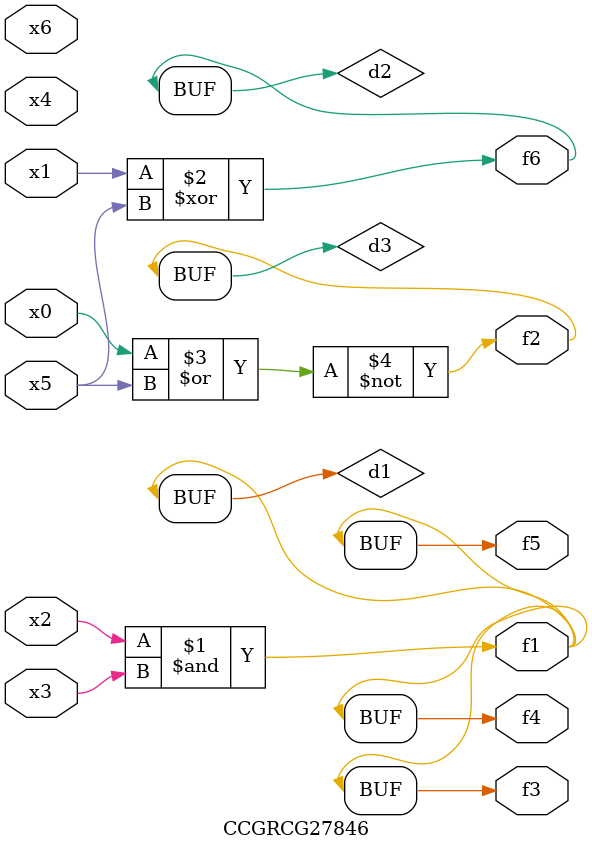
<source format=v>
module CCGRCG27846(
	input x0, x1, x2, x3, x4, x5, x6,
	output f1, f2, f3, f4, f5, f6
);

	wire d1, d2, d3;

	and (d1, x2, x3);
	xor (d2, x1, x5);
	nor (d3, x0, x5);
	assign f1 = d1;
	assign f2 = d3;
	assign f3 = d1;
	assign f4 = d1;
	assign f5 = d1;
	assign f6 = d2;
endmodule

</source>
